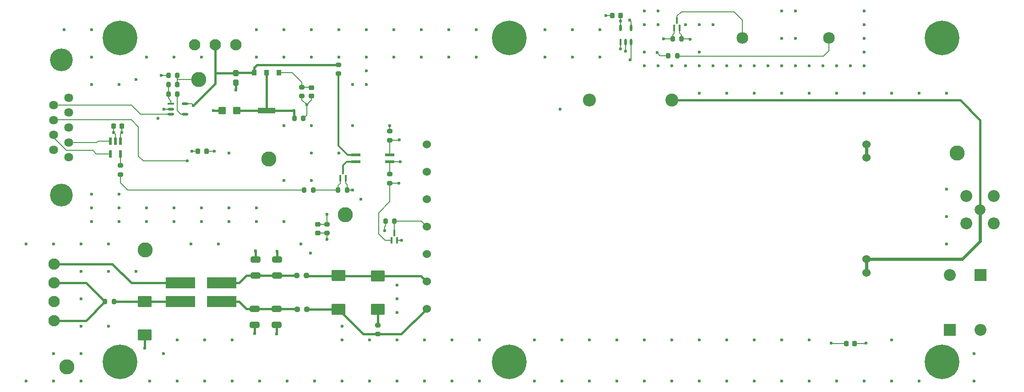
<source format=gbr>
%TF.GenerationSoftware,KiCad,Pcbnew,8.0.6*%
%TF.CreationDate,2025-03-03T14:32:59-05:00*%
%TF.ProjectId,SiPM_Bias_Board,5369504d-5f42-4696-9173-5f426f617264,rev?*%
%TF.SameCoordinates,Original*%
%TF.FileFunction,Copper,L1,Top*%
%TF.FilePolarity,Positive*%
%FSLAX46Y46*%
G04 Gerber Fmt 4.6, Leading zero omitted, Abs format (unit mm)*
G04 Created by KiCad (PCBNEW 8.0.6) date 2025-03-03 14:32:59*
%MOMM*%
%LPD*%
G01*
G04 APERTURE LIST*
G04 Aperture macros list*
%AMRoundRect*
0 Rectangle with rounded corners*
0 $1 Rounding radius*
0 $2 $3 $4 $5 $6 $7 $8 $9 X,Y pos of 4 corners*
0 Add a 4 corners polygon primitive as box body*
4,1,4,$2,$3,$4,$5,$6,$7,$8,$9,$2,$3,0*
0 Add four circle primitives for the rounded corners*
1,1,$1+$1,$2,$3*
1,1,$1+$1,$4,$5*
1,1,$1+$1,$6,$7*
1,1,$1+$1,$8,$9*
0 Add four rect primitives between the rounded corners*
20,1,$1+$1,$2,$3,$4,$5,0*
20,1,$1+$1,$4,$5,$6,$7,0*
20,1,$1+$1,$6,$7,$8,$9,0*
20,1,$1+$1,$8,$9,$2,$3,0*%
G04 Aperture macros list end*
%TA.AperFunction,SMDPad,CuDef*%
%ADD10RoundRect,0.200000X0.200000X0.275000X-0.200000X0.275000X-0.200000X-0.275000X0.200000X-0.275000X0*%
%TD*%
%TA.AperFunction,SMDPad,CuDef*%
%ADD11RoundRect,0.225000X0.250000X-0.225000X0.250000X0.225000X-0.250000X0.225000X-0.250000X-0.225000X0*%
%TD*%
%TA.AperFunction,ComponentPad*%
%ADD12C,6.400000*%
%TD*%
%TA.AperFunction,SMDPad,CuDef*%
%ADD13RoundRect,0.225000X0.225000X0.250000X-0.225000X0.250000X-0.225000X-0.250000X0.225000X-0.250000X0*%
%TD*%
%TA.AperFunction,SMDPad,CuDef*%
%ADD14RoundRect,0.225000X-0.225000X-0.250000X0.225000X-0.250000X0.225000X0.250000X-0.225000X0.250000X0*%
%TD*%
%TA.AperFunction,SMDPad,CuDef*%
%ADD15RoundRect,0.200000X-0.275000X0.200000X-0.275000X-0.200000X0.275000X-0.200000X0.275000X0.200000X0*%
%TD*%
%TA.AperFunction,SMDPad,CuDef*%
%ADD16RoundRect,0.200000X-0.200000X-0.275000X0.200000X-0.275000X0.200000X0.275000X-0.200000X0.275000X0*%
%TD*%
%TA.AperFunction,SMDPad,CuDef*%
%ADD17RoundRect,0.250000X-1.025000X0.787500X-1.025000X-0.787500X1.025000X-0.787500X1.025000X0.787500X0*%
%TD*%
%TA.AperFunction,ComponentPad*%
%ADD18R,2.200000X2.200000*%
%TD*%
%TA.AperFunction,ComponentPad*%
%ADD19O,2.200000X2.200000*%
%TD*%
%TA.AperFunction,SMDPad,CuDef*%
%ADD20RoundRect,0.200000X0.275000X-0.200000X0.275000X0.200000X-0.275000X0.200000X-0.275000X-0.200000X0*%
%TD*%
%TA.AperFunction,ComponentPad*%
%ADD21C,2.800000*%
%TD*%
%TA.AperFunction,ComponentPad*%
%ADD22C,2.006600*%
%TD*%
%TA.AperFunction,ComponentPad*%
%ADD23C,2.209800*%
%TD*%
%TA.AperFunction,SMDPad,CuDef*%
%ADD24RoundRect,0.250000X-0.650000X0.325000X-0.650000X-0.325000X0.650000X-0.325000X0.650000X0.325000X0*%
%TD*%
%TA.AperFunction,SMDPad,CuDef*%
%ADD25RoundRect,0.250000X-0.275000X0.312500X-0.275000X-0.312500X0.275000X-0.312500X0.275000X0.312500X0*%
%TD*%
%TA.AperFunction,SMDPad,CuDef*%
%ADD26R,0.889000X1.016000*%
%TD*%
%TA.AperFunction,SMDPad,CuDef*%
%ADD27R,3.200000X1.000000*%
%TD*%
%TA.AperFunction,ComponentPad*%
%ADD28C,2.159000*%
%TD*%
%TA.AperFunction,ComponentPad*%
%ADD29C,1.524000*%
%TD*%
%TA.AperFunction,SMDPad,CuDef*%
%ADD30RoundRect,0.250000X0.450000X0.425000X-0.450000X0.425000X-0.450000X-0.425000X0.450000X-0.425000X0*%
%TD*%
%TA.AperFunction,SMDPad,CuDef*%
%ADD31RoundRect,0.020000X2.680000X-0.980000X2.680000X0.980000X-2.680000X0.980000X-2.680000X-0.980000X0*%
%TD*%
%TA.AperFunction,SMDPad,CuDef*%
%ADD32R,5.400000X2.000000*%
%TD*%
%TA.AperFunction,ComponentPad*%
%ADD33C,2.100000*%
%TD*%
%TA.AperFunction,SMDPad,CuDef*%
%ADD34R,0.350800X1.161200*%
%TD*%
%TA.AperFunction,SMDPad,CuDef*%
%ADD35RoundRect,0.250000X0.650000X-0.325000X0.650000X0.325000X-0.650000X0.325000X-0.650000X-0.325000X0*%
%TD*%
%TA.AperFunction,SMDPad,CuDef*%
%ADD36RoundRect,0.237500X-0.250000X-0.237500X0.250000X-0.237500X0.250000X0.237500X-0.250000X0.237500X0*%
%TD*%
%TA.AperFunction,ComponentPad*%
%ADD37C,1.635000*%
%TD*%
%TA.AperFunction,ComponentPad*%
%ADD38C,4.216000*%
%TD*%
%TA.AperFunction,SMDPad,CuDef*%
%ADD39R,0.457200X1.219200*%
%TD*%
%TA.AperFunction,SMDPad,CuDef*%
%ADD40O,0.457200X1.219200*%
%TD*%
%TA.AperFunction,SMDPad,CuDef*%
%ADD41R,1.219200X0.457200*%
%TD*%
%TA.AperFunction,SMDPad,CuDef*%
%ADD42O,1.219200X0.457200*%
%TD*%
%TA.AperFunction,ComponentPad*%
%ADD43C,2.400000*%
%TD*%
%TA.AperFunction,ComponentPad*%
%ADD44O,2.400000X2.400000*%
%TD*%
%TA.AperFunction,SMDPad,CuDef*%
%ADD45RoundRect,0.225000X-0.250000X0.225000X-0.250000X-0.225000X0.250000X-0.225000X0.250000X0.225000X0*%
%TD*%
%TA.AperFunction,SMDPad,CuDef*%
%ADD46R,1.651000X0.558800*%
%TD*%
%TA.AperFunction,SMDPad,CuDef*%
%ADD47R,0.558800X1.473200*%
%TD*%
%TA.AperFunction,ViaPad*%
%ADD48C,0.600000*%
%TD*%
%TA.AperFunction,Conductor*%
%ADD49C,0.200000*%
%TD*%
%TA.AperFunction,Conductor*%
%ADD50C,0.400000*%
%TD*%
%TA.AperFunction,Conductor*%
%ADD51C,0.600000*%
%TD*%
%TA.AperFunction,Conductor*%
%ADD52C,0.300000*%
%TD*%
G04 APERTURE END LIST*
D10*
%TO.P,R25,1*%
%TO.N,Net-(P1-Pad1)*%
X179355000Y-70860000D03*
%TO.P,R25,2*%
%TO.N,/SEC_PWR_TELEM*%
X177705000Y-70860000D03*
%TD*%
D11*
%TO.P,C18,1*%
%TO.N,/SEC_PWR_RTN*%
X112950000Y-103725000D03*
%TO.P,C18,2*%
%TO.N,/SEC_PWR_TELEM_RTN*%
X112950000Y-102175000D03*
%TD*%
D12*
%TO.P,H4,1,1*%
%TO.N,CHASSIS*%
X228320000Y-127580000D03*
%TD*%
D13*
%TO.P,C10,1*%
%TO.N,/SiPM_HV_Block/SiPM_HV_RTN*%
X212135000Y-124195000D03*
%TO.P,C10,2*%
%TO.N,CHASSIS*%
X210585000Y-124195000D03*
%TD*%
D14*
%TO.P,C11,1*%
%TO.N,/V3p3*%
X90745000Y-88630000D03*
%TO.P,C11,2*%
%TO.N,/SEC_PWR_TELEM_RTN*%
X92295000Y-88630000D03*
%TD*%
D15*
%TO.P,R6,1*%
%TO.N,Net-(C3-Pad2)*%
X123990000Y-120845000D03*
%TO.P,R6,2*%
%TO.N,/SiPM_HV_Block/V_RTN*%
X123990000Y-122495000D03*
%TD*%
D16*
%TO.P,R1,1*%
%TO.N,/HV_Enable*%
X110408200Y-95823200D03*
%TO.P,R1,2*%
%TO.N,Net-(M1-Pad1)*%
X112058200Y-95823200D03*
%TD*%
D17*
%TO.P,C1,1*%
%TO.N,Net-(C1-Pad1)*%
X80940000Y-116437500D03*
%TO.P,C1,2*%
%TO.N,/SEC_PWR_RTN*%
X80940000Y-122662500D03*
%TD*%
D18*
%TO.P,D1,1,K*%
%TO.N,/SEC_PWR_RTN*%
X229775000Y-121655000D03*
D19*
%TO.P,D1,2,A*%
%TO.N,/SiPM_HV_Block/SiPM_HV_RTN*%
X229775000Y-111495000D03*
%TD*%
D20*
%TO.P,R7,1*%
%TO.N,Net-(M2-Pad1)*%
X126230000Y-94485000D03*
%TO.P,R7,2*%
%TO.N,/SiPM_HV_Block/V_RTN*%
X126230000Y-92835000D03*
%TD*%
D21*
%TO.P,GND,1,1*%
%TO.N,/SEC_PWR_TELEM_RTN*%
X103820000Y-90060000D03*
%TD*%
D13*
%TO.P,C16,1*%
%TO.N,/SEC_PWR_TELEM*%
X168900000Y-63420000D03*
%TO.P,C16,2*%
%TO.N,/SEC_PWR_TELEM_RTN*%
X167350000Y-63420000D03*
%TD*%
D21*
%TO.P,V_{SET},1,1*%
%TO.N,/SiPM_HV_Block/REM_ADJ*%
X90910000Y-75270000D03*
%TD*%
D17*
%TO.P,C3,1*%
%TO.N,/SiPM_HV_Block/V_POS*%
X123980000Y-111675000D03*
%TO.P,C3,2*%
%TO.N,Net-(C3-Pad2)*%
X123980000Y-117900000D03*
%TD*%
D12*
%TO.P,H3,1,1*%
%TO.N,CHASSIS*%
X148320000Y-127580000D03*
%TD*%
D22*
%TO.P,P_Out,1,SIGNAL*%
%TO.N,/SiPM_HV_Block/SiPM_HV_OUT*%
X235363000Y-99430000D03*
D23*
%TO.P,P_Out,2,GND*%
%TO.N,/SiPM_HV_Block/SiPM_HV_RTN*%
X237903000Y-96890000D03*
%TO.P,P_Out,3,GND*%
%TO.N,unconnected-(P_Out1-GND-Pad3)*%
X232823000Y-96890000D03*
%TO.P,P_Out,4,GND*%
%TO.N,unconnected-(P_Out1-GND-Pad4)*%
X232823000Y-101970000D03*
%TO.P,P_Out,5,GND*%
%TO.N,unconnected-(P_Out1-GND-Pad5)*%
X237903000Y-101970000D03*
%TD*%
D15*
%TO.P,R3,1*%
%TO.N,/SEC_PWR_TELEM*%
X116745000Y-72570000D03*
%TO.P,R3,2*%
%TO.N,Net-(Q1-Pad1)*%
X116745000Y-74220000D03*
%TD*%
D24*
%TO.P,CY2,1*%
%TO.N,Net-(CY2-Pad1)*%
X105270000Y-117775000D03*
%TO.P,CY2,2*%
%TO.N,CHASSIS*%
X105270000Y-120725000D03*
%TD*%
D12*
%TO.P,H2,1,1*%
%TO.N,CHASSIS*%
X76320000Y-127580000D03*
%TD*%
D21*
%TO.P,V_{OUT_RTN}1,1,1*%
%TO.N,/SiPM_HV_Block/SiPM_HV_RTN*%
X231140000Y-88900000D03*
%TD*%
D25*
%TO.P,C14,1*%
%TO.N,/SEC_PWR_TELEM*%
X97720400Y-74129350D03*
%TO.P,C14,2*%
%TO.N,/SEC_PWR_TELEM_RTN*%
X97720400Y-75904350D03*
%TD*%
D16*
%TO.P,R5,1*%
%TO.N,/SiPM_HV_Block/V_POS*%
X125435000Y-101570000D03*
%TO.P,R5,2*%
%TO.N,/SiPM_HV_Block/Enable*%
X127085000Y-101570000D03*
%TD*%
D26*
%TO.P,U4,1,SET*%
%TO.N,Net-(U4-SET)*%
X105746800Y-74064350D03*
%TO.P,U4,2,OUT*%
%TO.N,/V3p3*%
X103435400Y-74064350D03*
%TO.P,U4,3,IN*%
%TO.N,/SEC_PWR_TELEM*%
X101124000Y-74064350D03*
D27*
%TO.P,U4,4,TAB*%
%TO.N,/V3p3*%
X103435400Y-81056850D03*
%TD*%
D28*
%TO.P,P2,1,1*%
%TO.N,Net-(M3-Pad3)*%
X191410000Y-67580000D03*
%TD*%
D29*
%TO.P,U1,1,PWR_IN_RTN*%
%TO.N,/SiPM_HV_Block/V_RTN*%
X133020000Y-117780000D03*
%TO.P,U1,2,PWR_IN*%
%TO.N,/SiPM_HV_Block/V_POS*%
X133020000Y-112700000D03*
%TO.P,U1,3,I_OUT_MON*%
%TO.N,/SiPM_HV_Block/Curr_Mon*%
X133020000Y-107620000D03*
%TO.P,U1,4,ENABLE*%
%TO.N,/SiPM_HV_Block/Enable*%
X133020000Y-102540000D03*
%TO.P,U1,5,SIG_GND*%
%TO.N,/SEC_PWR_TELEM_RTN*%
X133020000Y-97460000D03*
%TO.P,U1,6,REM_ADJ*%
%TO.N,/SiPM_HV_Block/REM_ADJ*%
X133020000Y-92380000D03*
%TO.P,U1,7,5V_REF*%
%TO.N,unconnected-(U1-5V_REF-Pad7)*%
X133020000Y-87300000D03*
%TO.P,U1,8,HV_RTN*%
%TO.N,/SiPM_HV_Block/SiPM_HV_RTN*%
X214320000Y-87300000D03*
%TO.P,U1,9,HV_RTN*%
X214320000Y-89800000D03*
%TO.P,U1,10,HV_OUT*%
%TO.N,/SiPM_HV_Block/SiPM_HV_OUT*%
X214320000Y-108600000D03*
%TO.P,U1,11,HV_OUT*%
X214320000Y-111100000D03*
%TD*%
D16*
%TO.P,R15,1*%
%TO.N,Net-(U7-OUT)*%
X85285000Y-76220000D03*
%TO.P,R15,2*%
%TO.N,/SiPM_HV_Block/REM_ADJ*%
X86935000Y-76220000D03*
%TD*%
D30*
%TO.P,C12,1*%
%TO.N,/V3p3*%
X97890000Y-81060000D03*
%TO.P,C12,2*%
%TO.N,/SEC_PWR_TELEM_RTN*%
X95190000Y-81060000D03*
%TD*%
D31*
%TO.P,L1,1*%
%TO.N,/SEC_PWR_RTN*%
X87540000Y-112940000D03*
%TO.P,L1,2*%
%TO.N,Net-(C1-Pad1)*%
X87540000Y-116440000D03*
%TO.P,L1,3*%
%TO.N,Net-(CY2-Pad1)*%
X95160000Y-116440000D03*
D32*
%TO.P,L1,4*%
%TO.N,Net-(CY1-Pad1)*%
X95160000Y-112940000D03*
%TD*%
D33*
%TO.P,J2,1*%
%TO.N,/SEC_PWR_RTN*%
X64110000Y-109480000D03*
%TO.P,J2,2*%
%TO.N,/SEC_PWR_IN*%
X64110000Y-112980000D03*
%TO.P,J2,3*%
%TO.N,/SEC_PWR_RTN*%
X64110000Y-116480000D03*
%TO.P,J2,4*%
%TO.N,/SEC_PWR_IN*%
X64110000Y-119980000D03*
%TD*%
D10*
%TO.P,R14,1*%
%TO.N,Net-(U7--IN)*%
X86925000Y-77980000D03*
%TO.P,R14,2*%
%TO.N,Net-(U7-OUT)*%
X85275000Y-77980000D03*
%TD*%
D20*
%TO.P,R11,1*%
%TO.N,/SEC_PWR_RTN*%
X114610000Y-103750000D03*
%TO.P,R11,2*%
%TO.N,/SEC_PWR_TELEM_RTN*%
X114610000Y-102100000D03*
%TD*%
D21*
%TO.P,V_{EN},1,1*%
%TO.N,/SiPM_HV_Block/Enable*%
X117980000Y-100350000D03*
%TD*%
D12*
%TO.P,H6,1,1*%
%TO.N,CHASSIS*%
X228320000Y-67580000D03*
%TD*%
D21*
%TO.P,GND,1,1*%
%TO.N,/SEC_PWR_RTN*%
X80970000Y-106880000D03*
%TD*%
D16*
%TO.P,R2,1*%
%TO.N,Net-(M1-Pad1)*%
X116656600Y-95823200D03*
%TO.P,R2,2*%
%TO.N,/SEC_PWR_TELEM_RTN*%
X118306600Y-95823200D03*
%TD*%
D34*
%TO.P,M2,1,1*%
%TO.N,Net-(M2-Pad1)*%
X126580000Y-105110000D03*
%TO.P,M2,2,2*%
%TO.N,/SiPM_HV_Block/V_RTN*%
X127579998Y-105110000D03*
%TO.P,M2,3,3*%
%TO.N,/SiPM_HV_Block/Enable*%
X127079999Y-103760000D03*
%TD*%
%TO.P,M3,1,1*%
%TO.N,Net-(M3-Pad1)*%
X178815001Y-65750000D03*
%TO.P,M3,2,2*%
%TO.N,/SEC_PWR_TELEM_RTN*%
X179814999Y-65750000D03*
%TO.P,M3,3,3*%
%TO.N,Net-(M3-Pad3)*%
X179315000Y-64400000D03*
%TD*%
D35*
%TO.P,CY3,1*%
%TO.N,Net-(CY1-Pad1)*%
X101370000Y-111590000D03*
%TO.P,CY3,2*%
%TO.N,/SEC_PWR_RTN*%
X101370000Y-108640000D03*
%TD*%
D15*
%TO.P,R16,1*%
%TO.N,Net-(U4-SET)*%
X109975400Y-76731850D03*
%TO.P,R16,2*%
%TO.N,/SEC_PWR_TELEM_RTN*%
X109975400Y-78381850D03*
%TD*%
D12*
%TO.P,H1,1,1*%
%TO.N,CHASSIS*%
X76320000Y-67580000D03*
%TD*%
D35*
%TO.P,CY1,1*%
%TO.N,Net-(CY1-Pad1)*%
X105350000Y-111585000D03*
%TO.P,CY1,2*%
%TO.N,CHASSIS*%
X105350000Y-108635000D03*
%TD*%
D17*
%TO.P,C2,1*%
%TO.N,/SiPM_HV_Block/V_POS*%
X116700000Y-111637500D03*
%TO.P,C2,2*%
%TO.N,/SiPM_HV_Block/V_RTN*%
X116700000Y-117862500D03*
%TD*%
D36*
%TO.P,L2,1,1*%
%TO.N,Net-(CY1-Pad1)*%
X108995000Y-111590000D03*
%TO.P,L2,2,2*%
%TO.N,/SiPM_HV_Block/V_POS*%
X110820000Y-111590000D03*
%TD*%
D37*
%TO.P,J3,1*%
%TO.N,/HV_CURR_MON*%
X66880000Y-89730000D03*
%TO.P,J3,2*%
%TO.N,/HV_Enable+*%
X66880000Y-86960000D03*
%TO.P,J3,3*%
%TO.N,unconnected-(J3-Pad3)*%
X66880000Y-84190000D03*
%TO.P,J3,4*%
%TO.N,/SEC_PWR_TELEM_RTN*%
X66880000Y-81420000D03*
%TO.P,J3,5*%
X66880000Y-78650000D03*
%TO.P,J3,6*%
X64040000Y-88345000D03*
%TO.P,J3,7*%
%TO.N,/HV_Enable-*%
X64040000Y-85575000D03*
%TO.P,J3,8*%
%TO.N,/HV_VOLT_MON*%
X64040000Y-82805000D03*
%TO.P,J3,9*%
%TO.N,/SET_HV*%
X64040000Y-80035000D03*
D38*
%TO.P,J3,S1*%
%TO.N,CHASSIS*%
X65460000Y-71690000D03*
%TO.P,J3,S2*%
X65460000Y-96690000D03*
%TD*%
D39*
%TO.P,U5,1,OUT*%
%TO.N,Net-(U5-OUT)*%
X168894999Y-68340000D03*
D40*
%TO.P,U5,2,V-*%
%TO.N,/SEC_PWR_TELEM_RTN*%
X169845000Y-68340000D03*
%TO.P,U5,3,+IN*%
%TO.N,Net-(U5-+IN)*%
X170795001Y-68340000D03*
%TO.P,U5,4,-IN*%
%TO.N,Net-(U5--IN)*%
X170795001Y-65720000D03*
%TO.P,U5,5,V+*%
%TO.N,/SEC_PWR_TELEM*%
X168894999Y-65720000D03*
%TD*%
D34*
%TO.P,M1,1,1*%
%TO.N,Net-(M1-Pad1)*%
X117032401Y-93617200D03*
%TO.P,M1,2,2*%
%TO.N,/SEC_PWR_TELEM_RTN*%
X118032399Y-93617200D03*
%TO.P,M1,3,3*%
%TO.N,Net-(M1-Pad3)*%
X117532400Y-92267200D03*
%TD*%
D41*
%TO.P,U7,1,OUT*%
%TO.N,Net-(U7-OUT)*%
X85720000Y-79819999D03*
D42*
%TO.P,U7,2,V-*%
%TO.N,/SEC_PWR_TELEM_RTN*%
X85720000Y-80770000D03*
%TO.P,U7,3,+IN*%
%TO.N,/SET_HV*%
X85720000Y-81720001D03*
%TO.P,U7,4,-IN*%
%TO.N,Net-(U7--IN)*%
X88340000Y-81720001D03*
%TO.P,U7,5,V+*%
%TO.N,/SEC_PWR_TELEM*%
X88340000Y-79819999D03*
%TD*%
D10*
%TO.P,R26,1*%
%TO.N,/SEC_PWR_TELEM_RTN*%
X110235000Y-82490000D03*
%TO.P,R26,2*%
%TO.N,/V3p3*%
X108585000Y-82490000D03*
%TD*%
D28*
%TO.P,P1,1,1*%
%TO.N,Net-(P1-Pad1)*%
X207410000Y-67580000D03*
%TD*%
D13*
%TO.P,C15,1*%
%TO.N,/V3p3*%
X76675000Y-83960000D03*
%TO.P,C15,2*%
%TO.N,/SEC_PWR_TELEM_RTN*%
X75125000Y-83960000D03*
%TD*%
D15*
%TO.P,R17,1*%
%TO.N,Net-(U3-R)*%
X76435200Y-91235000D03*
%TO.P,R17,2*%
%TO.N,/HV_Enable*%
X76435200Y-92885000D03*
%TD*%
D12*
%TO.P,H5,1,1*%
%TO.N,CHASSIS*%
X148320000Y-67580000D03*
%TD*%
D24*
%TO.P,CY4,1*%
%TO.N,Net-(CY2-Pad1)*%
X101210000Y-117805000D03*
%TO.P,CY4,2*%
%TO.N,/SEC_PWR_RTN*%
X101210000Y-120755000D03*
%TD*%
D10*
%TO.P,R24,1*%
%TO.N,/SEC_PWR_TELEM_RTN*%
X180170000Y-67740000D03*
%TO.P,R24,2*%
%TO.N,Net-(M3-Pad1)*%
X178520000Y-67740000D03*
%TD*%
D43*
%TO.P,R20,1*%
%TO.N,/SiPM_HV_Block/SiPM_HV_OUT*%
X178340000Y-79110000D03*
D44*
%TO.P,R20,2*%
%TO.N,Net-(U5-+IN)*%
X163100000Y-79110000D03*
%TD*%
D36*
%TO.P,L3,1,1*%
%TO.N,Net-(CY2-Pad1)*%
X109075000Y-117850000D03*
%TO.P,L3,2,2*%
%TO.N,/SiPM_HV_Block/V_RTN*%
X110900000Y-117850000D03*
%TD*%
D33*
%TO.P,J1,1*%
%TO.N,/SEC_PWR_TELEM_RTN*%
X97720400Y-68895600D03*
%TO.P,J1,2*%
%TO.N,/SEC_PWR_TELEM*%
X93910400Y-68895600D03*
%TO.P,J1,3*%
%TO.N,/SEC_PWR_TELEM_RTN*%
X90100400Y-68895600D03*
%TD*%
D45*
%TO.P,C13,1*%
%TO.N,Net-(U4-SET)*%
X111690400Y-76781850D03*
%TO.P,C13,2*%
%TO.N,/SEC_PWR_TELEM_RTN*%
X111690400Y-78331850D03*
%TD*%
D46*
%TO.P,Q1,1,1*%
%TO.N,Net-(Q1-Pad1)*%
X119970800Y-89270000D03*
%TO.P,Q1,2,2*%
%TO.N,Net-(M1-Pad3)*%
X119970800Y-90540000D03*
%TO.P,Q1,3,3*%
%TO.N,/SiPM_HV_Block/V_RTN*%
X126219200Y-90540000D03*
%TO.P,Q1,4,4*%
%TO.N,Net-(M2-Pad1)*%
X126219200Y-89270000D03*
%TD*%
D16*
%TO.P,R10,1*%
%TO.N,/SEC_PWR_TELEM_RTN*%
X85275000Y-74510000D03*
%TO.P,R10,2*%
%TO.N,/SiPM_HV_Block/REM_ADJ*%
X86925000Y-74510000D03*
%TD*%
D47*
%TO.P,U3,1,VCC*%
%TO.N,/V3p3*%
X76420001Y-86704600D03*
%TO.P,U3,2,GND*%
%TO.N,/SEC_PWR_TELEM_RTN*%
X75470000Y-86704600D03*
%TO.P,U3,3,A*%
%TO.N,/HV_Enable+*%
X74519999Y-86704600D03*
%TO.P,U3,4,B*%
%TO.N,/HV_Enable-*%
X74519999Y-89092200D03*
%TO.P,U3,5,R*%
%TO.N,Net-(U3-R)*%
X76420001Y-89092200D03*
%TD*%
D16*
%TO.P,F1,1*%
%TO.N,/SEC_PWR_IN*%
X73575000Y-116470000D03*
%TO.P,F1,2*%
%TO.N,Net-(C1-Pad1)*%
X75225000Y-116470000D03*
%TD*%
D21*
%TO.P,Chassis,1,1*%
%TO.N,CHASSIS*%
X66520000Y-128550000D03*
%TD*%
D15*
%TO.P,R4,1*%
%TO.N,/SiPM_HV_Block/V_POS*%
X126238000Y-84874600D03*
%TO.P,R4,2*%
%TO.N,Net-(M2-Pad1)*%
X126238000Y-86524600D03*
%TD*%
D18*
%TO.P,D2,1,K*%
%TO.N,/SiPM_HV_Block/SiPM_HV_RTN*%
X235430000Y-111570000D03*
D19*
%TO.P,D2,2,A*%
%TO.N,/SEC_PWR_RTN*%
X235430000Y-121730000D03*
%TD*%
D48*
%TO.N,/SEC_PWR_RTN*%
X229140000Y-105780000D03*
X234220000Y-131180000D03*
X69120000Y-126100000D03*
X97060000Y-123560000D03*
X224060000Y-77840000D03*
X183420000Y-123560000D03*
X213900000Y-77840000D03*
X203740000Y-131180000D03*
X64040000Y-131180000D03*
X58960000Y-105780000D03*
X69120000Y-110860000D03*
X188500000Y-131180000D03*
X91980000Y-131180000D03*
X127540000Y-115940000D03*
X112300000Y-131180000D03*
X86900000Y-123560000D03*
X127540000Y-118480000D03*
X213900000Y-131180000D03*
X168180000Y-131180000D03*
X229140000Y-100700000D03*
X203740000Y-123560000D03*
X127540000Y-113400000D03*
X97060000Y-131180000D03*
X152940000Y-123560000D03*
X117380000Y-121020000D03*
X64040000Y-105780000D03*
X193580000Y-123560000D03*
X193580000Y-77840000D03*
X64040000Y-126100000D03*
X208820000Y-131180000D03*
X158020000Y-131180000D03*
X89440000Y-105780000D03*
X229140000Y-77840000D03*
X163100000Y-131180000D03*
X69120000Y-131180000D03*
X218980000Y-77840000D03*
X158020000Y-123560000D03*
X198660000Y-77840000D03*
X109760000Y-105780000D03*
X81820000Y-131180000D03*
X86900000Y-131180000D03*
X132620000Y-131180000D03*
X208820000Y-77840000D03*
X218980000Y-123560000D03*
X74200000Y-105780000D03*
X142780000Y-131180000D03*
X224060000Y-131180000D03*
X114610000Y-104910000D03*
X188500000Y-123560000D03*
X80930000Y-125110000D03*
X157690000Y-80770000D03*
X173260000Y-123560000D03*
X142780000Y-123560000D03*
X69120000Y-105780000D03*
X79280000Y-110860000D03*
X69120000Y-121020000D03*
X229140000Y-95620000D03*
X203740000Y-77840000D03*
X183420000Y-131180000D03*
X178340000Y-131180000D03*
X234220000Y-126100000D03*
X58960000Y-131180000D03*
X198660000Y-131180000D03*
X127540000Y-123560000D03*
X132620000Y-123560000D03*
X193580000Y-131180000D03*
X84360000Y-126100000D03*
X122460000Y-131180000D03*
X111520000Y-107480000D03*
X137700000Y-123560000D03*
X94520000Y-105780000D03*
X168180000Y-123560000D03*
X188500000Y-77840000D03*
X163100000Y-123560000D03*
X107220000Y-131180000D03*
X102140000Y-131180000D03*
X152940000Y-131180000D03*
X101400000Y-107080000D03*
X178340000Y-123560000D03*
X117380000Y-123560000D03*
X91980000Y-123560000D03*
X74200000Y-121020000D03*
X69120000Y-115940000D03*
X183420000Y-77840000D03*
X101220000Y-122410000D03*
X198660000Y-123560000D03*
X74200000Y-110860000D03*
X127540000Y-131180000D03*
X122460000Y-123560000D03*
X173260000Y-131180000D03*
X117380000Y-131180000D03*
X137700000Y-131180000D03*
X218980000Y-131180000D03*
%TO.N,/SiPM_HV_Block/V_POS*%
X126238000Y-83820000D03*
X125300000Y-103290000D03*
%TO.N,/SiPM_HV_Block/V_RTN*%
X128430000Y-105110000D03*
X128160000Y-90550000D03*
%TO.N,/SiPM_HV_Block/SiPM_HV_RTN*%
X214230000Y-124190000D03*
%TO.N,CHASSIS*%
X207853278Y-124184243D03*
X105370000Y-107100000D03*
X105270000Y-122420000D03*
%TO.N,/SEC_PWR_TELEM*%
X175625000Y-70340000D03*
X168885000Y-64500000D03*
X89890000Y-80100000D03*
%TO.N,/SEC_PWR_TELEM_RTN*%
X121920000Y-71120000D03*
X101600000Y-99060000D03*
X154940000Y-66040000D03*
X201200000Y-72760000D03*
X191040000Y-72760000D03*
X201200000Y-67680000D03*
X114610000Y-100240000D03*
X127000000Y-71120000D03*
X208820000Y-72760000D03*
X83390000Y-82530000D03*
X142240000Y-66040000D03*
X213900000Y-65140000D03*
X101600000Y-101600000D03*
X91440000Y-101600000D03*
X119380000Y-76200000D03*
X110835400Y-79935600D03*
X160020000Y-71120000D03*
X175800000Y-62600000D03*
X76200000Y-101600000D03*
X86360000Y-101600000D03*
X81280000Y-99060000D03*
X193580000Y-72760000D03*
X71120000Y-96520000D03*
X111760000Y-83820000D03*
X160020000Y-66040000D03*
X76200000Y-76200000D03*
X154940000Y-71120000D03*
X106680000Y-71120000D03*
X71120000Y-99060000D03*
X211360000Y-72760000D03*
X127000000Y-66040000D03*
X120840000Y-97500000D03*
X201200000Y-62600000D03*
X116840000Y-66040000D03*
X71120000Y-76200000D03*
X86360000Y-99060000D03*
X137160000Y-66040000D03*
X137160000Y-71120000D03*
X198660000Y-72760000D03*
X91440000Y-99060000D03*
X116840000Y-88900000D03*
X93620000Y-81060000D03*
X119380000Y-83820000D03*
X173260000Y-70220000D03*
X83970000Y-74510000D03*
X116840000Y-71120000D03*
X97720000Y-77260000D03*
X111760000Y-88900000D03*
X166205000Y-63420000D03*
X173260000Y-72760000D03*
X183420000Y-72760000D03*
X66040000Y-66040000D03*
X111760000Y-71120000D03*
X75120000Y-85120000D03*
X198660000Y-67680000D03*
X96520000Y-99060000D03*
X71120000Y-101600000D03*
X213900000Y-62600000D03*
X111760000Y-93980000D03*
X188500000Y-72760000D03*
X101600000Y-66040000D03*
X71120000Y-71120000D03*
X81280000Y-101600000D03*
X119361200Y-95823200D03*
X93800000Y-88630000D03*
X86360000Y-71120000D03*
X142240000Y-71120000D03*
X76200000Y-96520000D03*
X165100000Y-66040000D03*
X76200000Y-99060000D03*
X79280000Y-75300000D03*
X121920000Y-66040000D03*
X180880000Y-72760000D03*
X213900000Y-70220000D03*
X132080000Y-71120000D03*
X169845000Y-70040000D03*
X106680000Y-93980000D03*
X213900000Y-72760000D03*
X206280000Y-72760000D03*
X196120000Y-72760000D03*
X165100000Y-71120000D03*
X173260000Y-62600000D03*
X203740000Y-72760000D03*
X181750000Y-67807000D03*
X96520000Y-101600000D03*
X106680000Y-66040000D03*
X132080000Y-66040000D03*
X198660000Y-62600000D03*
X180880000Y-65140000D03*
X213900000Y-67680000D03*
X175800000Y-72760000D03*
X91440000Y-71120000D03*
X106680000Y-83820000D03*
X121920000Y-73660000D03*
X183420000Y-70220000D03*
X71120000Y-66040000D03*
X173260000Y-65140000D03*
X175800000Y-65140000D03*
X106680000Y-101600000D03*
X111760000Y-66040000D03*
X183420000Y-65140000D03*
X121920000Y-76200000D03*
X178340000Y-72760000D03*
X96520000Y-88900000D03*
X185960000Y-65140000D03*
X81280000Y-71120000D03*
X185960000Y-72760000D03*
X84480000Y-80770000D03*
X101600000Y-71120000D03*
%TO.N,/HV_VOLT_MON*%
X88790000Y-90350000D03*
%TO.N,Net-(M2-Pad1)*%
X127965200Y-86512400D03*
X127914400Y-94488000D03*
%TO.N,Net-(M3-Pad1)*%
X176875000Y-67760000D03*
%TO.N,/V3p3*%
X108490000Y-81015000D03*
X89600000Y-88630000D03*
X76680000Y-85110000D03*
%TO.N,Net-(U5-OUT)*%
X168905000Y-69650000D03*
%TO.N,Net-(U5--IN)*%
X170535000Y-64290000D03*
%TO.N,Net-(U5-+IN)*%
X170635000Y-71670000D03*
%TD*%
D49*
%TO.N,/SEC_PWR_RTN*%
X80930000Y-122672500D02*
X80940000Y-122662500D01*
D50*
X78430000Y-113000000D02*
X74910000Y-109480000D01*
X101210000Y-120755000D02*
X101210000Y-122400000D01*
X80930000Y-125110000D02*
X80930000Y-122672500D01*
X74910000Y-109480000D02*
X64110000Y-109480000D01*
X87480000Y-113000000D02*
X87540000Y-112940000D01*
X78430000Y-113000000D02*
X87480000Y-113000000D01*
X101370000Y-108640000D02*
X101370000Y-107110000D01*
D49*
X101370000Y-107110000D02*
X101400000Y-107080000D01*
X101210000Y-122400000D02*
X101220000Y-122410000D01*
X112975000Y-103750000D02*
X112950000Y-103725000D01*
X114610000Y-103750000D02*
X112975000Y-103750000D01*
X114610000Y-103750000D02*
X114610000Y-104910000D01*
D50*
%TO.N,Net-(C1-Pad1)*%
X75225000Y-116470000D02*
X87510000Y-116470000D01*
D49*
X87510000Y-116470000D02*
X87540000Y-116440000D01*
D50*
%TO.N,/SiPM_HV_Block/V_POS*%
X110905000Y-111675000D02*
X110820000Y-111590000D01*
D49*
X125300000Y-102560000D02*
X125300000Y-103290000D01*
X126238000Y-84874600D02*
X126238000Y-83820000D01*
D50*
X123980000Y-111675000D02*
X110905000Y-111675000D01*
D49*
X125435000Y-102425000D02*
X125300000Y-102560000D01*
D50*
X123980000Y-111675000D02*
X131995000Y-111675000D01*
X131995000Y-111675000D02*
X133020000Y-112700000D01*
D49*
X125435000Y-101570000D02*
X125435000Y-102425000D01*
D50*
%TO.N,/SiPM_HV_Block/V_RTN*%
X116700000Y-117862500D02*
X110912500Y-117862500D01*
X121332500Y-122495000D02*
X116700000Y-117862500D01*
D49*
X126230000Y-92835000D02*
X126230000Y-91680000D01*
D50*
X110912500Y-117862500D02*
X110900000Y-117850000D01*
D49*
X126230000Y-90550800D02*
X126219200Y-90540000D01*
D50*
X123990000Y-122495000D02*
X121332500Y-122495000D01*
D49*
X128150000Y-90540000D02*
X128160000Y-90550000D01*
D50*
X123990000Y-122495000D02*
X128305000Y-122495000D01*
D49*
X126219200Y-90540000D02*
X128150000Y-90540000D01*
D50*
X128305000Y-122495000D02*
X133020000Y-117780000D01*
D49*
X126230000Y-91680000D02*
X126230000Y-90550800D01*
X128430000Y-105110000D02*
X127579998Y-105110000D01*
D50*
%TO.N,Net-(C3-Pad2)*%
X123980000Y-117900000D02*
X123980000Y-120835000D01*
D49*
X123980000Y-120835000D02*
X123990000Y-120845000D01*
D51*
%TO.N,/SiPM_HV_Block/SiPM_HV_OUT*%
X214320000Y-111100000D02*
X214320000Y-108600000D01*
X235363000Y-105272000D02*
X235363000Y-99430000D01*
D50*
X231680000Y-79110000D02*
X235363000Y-82793000D01*
D51*
X214320000Y-108600000D02*
X232035000Y-108600000D01*
D50*
X178340000Y-79110000D02*
X231680000Y-79110000D01*
X235363000Y-82793000D02*
X235363000Y-99430000D01*
D51*
X232035000Y-108600000D02*
X235363000Y-105272000D01*
D49*
%TO.N,/SiPM_HV_Block/SiPM_HV_RTN*%
X214225000Y-124195000D02*
X214230000Y-124190000D01*
D51*
X214320000Y-87300000D02*
X214320000Y-89800000D01*
D49*
X212135000Y-124195000D02*
X214225000Y-124195000D01*
%TO.N,CHASSIS*%
X210585000Y-124195000D02*
X207855000Y-124195000D01*
X105350000Y-107120000D02*
X105370000Y-107100000D01*
X207855000Y-124195000D02*
X207840000Y-124180000D01*
D50*
X105350000Y-108635000D02*
X105350000Y-107120000D01*
X105270000Y-122420000D02*
X105270000Y-120725000D01*
%TO.N,/SEC_PWR_TELEM*%
X116745000Y-72570000D02*
X101670000Y-72570000D01*
X97719750Y-74130000D02*
X93910400Y-74130000D01*
D49*
X97785400Y-74064350D02*
X97720400Y-74129350D01*
D50*
X101124000Y-73116000D02*
X101124000Y-74064350D01*
X101670000Y-72570000D02*
X101124000Y-73116000D01*
X93910400Y-76079600D02*
X89890000Y-80100000D01*
D49*
X177705000Y-70860000D02*
X176145000Y-70860000D01*
X88340000Y-79819999D02*
X89609999Y-79819999D01*
X176145000Y-70860000D02*
X175625000Y-70340000D01*
X168894999Y-65720000D02*
X168894999Y-63425001D01*
X89609999Y-79819999D02*
X89890000Y-80100000D01*
D50*
X93910400Y-74130000D02*
X93910400Y-76079600D01*
D49*
X168894999Y-63425001D02*
X168900000Y-63420000D01*
D50*
X93910400Y-68895600D02*
X93910400Y-74130000D01*
X101124000Y-74064350D02*
X97785400Y-74064350D01*
D49*
X97785400Y-74064350D02*
X97719750Y-74130000D01*
%TO.N,/SEC_PWR_TELEM_RTN*%
X180170000Y-67740000D02*
X181683000Y-67740000D01*
X75125000Y-83960000D02*
X75125000Y-85115000D01*
X110835400Y-81889600D02*
X110835400Y-79935600D01*
X167350000Y-63420000D02*
X166205000Y-63420000D01*
X109975400Y-78381850D02*
X109975400Y-79075600D01*
X179814999Y-65750000D02*
X179814999Y-66694999D01*
X118306600Y-95823200D02*
X119361200Y-95823200D01*
X113025000Y-102100000D02*
X112950000Y-102175000D01*
X118446800Y-95823200D02*
X118306600Y-95823200D01*
X111690400Y-79080600D02*
X110835400Y-79935600D01*
D50*
X97720400Y-75904350D02*
X97720400Y-77259600D01*
D49*
X180170000Y-67050000D02*
X180170000Y-67740000D01*
X118306600Y-94768600D02*
X118446800Y-95823200D01*
X97720400Y-77259600D02*
X97720000Y-77260000D01*
X92295000Y-88630000D02*
X93800000Y-88630000D01*
X111690400Y-78331850D02*
X111690400Y-79080600D01*
X181683000Y-67740000D02*
X181750000Y-67807000D01*
X169845000Y-70040000D02*
X169845000Y-68340000D01*
X180099000Y-67680000D02*
X180170000Y-67740000D01*
X118032399Y-93617200D02*
X118032399Y-94494399D01*
X114610000Y-102100000D02*
X113025000Y-102100000D01*
X85720000Y-80770000D02*
X84480000Y-80770000D01*
X75470000Y-86704600D02*
X75470000Y-85470000D01*
X75470000Y-85470000D02*
X75120000Y-85120000D01*
X114610000Y-102100000D02*
X114610000Y-100240000D01*
X85275000Y-74510000D02*
X83970000Y-74510000D01*
X179814999Y-66694999D02*
X180170000Y-67050000D01*
X110235000Y-82490000D02*
X110835400Y-81889600D01*
D50*
X95190000Y-81060000D02*
X93620000Y-81060000D01*
D49*
X118032399Y-94494399D02*
X118306600Y-94768600D01*
X75125000Y-85115000D02*
X75120000Y-85120000D01*
X109975400Y-79075600D02*
X110835400Y-79935600D01*
%TO.N,Net-(U4-SET)*%
X109975400Y-76731850D02*
X111640400Y-76731850D01*
X105746800Y-74064350D02*
X108197900Y-74064350D01*
X111640400Y-76731850D02*
X111690400Y-76781850D01*
X109975400Y-75841850D02*
X109975400Y-76731850D01*
X108197900Y-74064350D02*
X109975400Y-75841850D01*
D50*
%TO.N,/SEC_PWR_IN*%
X70065000Y-119980000D02*
X73575000Y-116470000D01*
X70085000Y-112980000D02*
X73575000Y-116470000D01*
X64110000Y-119980000D02*
X70065000Y-119980000D01*
X64110000Y-112980000D02*
X70085000Y-112980000D01*
D49*
%TO.N,/HV_Enable-*%
X71939400Y-89092200D02*
X74519999Y-89092200D01*
X64040000Y-86069600D02*
X66427600Y-88457200D01*
X64040000Y-85575000D02*
X64040000Y-86069600D01*
X71304400Y-88457200D02*
X71939400Y-89092200D01*
X66427600Y-88457200D02*
X71304400Y-88457200D01*
%TO.N,/SET_HV*%
X78475000Y-80035000D02*
X64040000Y-80035000D01*
X80160001Y-81720001D02*
X78475000Y-80035000D01*
X85720000Y-81720001D02*
X80160001Y-81720001D01*
%TO.N,/HV_Enable+*%
X72244200Y-86704600D02*
X74519999Y-86704600D01*
X71988800Y-86960000D02*
X72244200Y-86704600D01*
X66880000Y-86960000D02*
X71988800Y-86960000D01*
%TO.N,/HV_VOLT_MON*%
X79760000Y-89500000D02*
X79760000Y-84090000D01*
X88790000Y-90350000D02*
X80610000Y-90350000D01*
X80610000Y-90350000D02*
X79760000Y-89500000D01*
X64065000Y-82780000D02*
X64040000Y-82805000D01*
X78450000Y-82780000D02*
X64065000Y-82780000D01*
X79760000Y-84090000D02*
X78450000Y-82780000D01*
%TO.N,Net-(M3-Pad3)*%
X191410000Y-64270000D02*
X191410000Y-67580000D01*
X180110000Y-62730000D02*
X189870000Y-62730000D01*
X179315000Y-64400000D02*
X179315000Y-63525000D01*
X179315000Y-63525000D02*
X180110000Y-62730000D01*
X189870000Y-62730000D02*
X191410000Y-64270000D01*
%TO.N,Net-(P1-Pad1)*%
X206410000Y-70940000D02*
X207410000Y-69940000D01*
X179355000Y-70860000D02*
X179435000Y-70940000D01*
X207410000Y-69940000D02*
X207410000Y-67580000D01*
X179435000Y-70940000D02*
X206410000Y-70940000D01*
%TO.N,Net-(M1-Pad1)*%
X117032401Y-94595999D02*
X116656600Y-94971800D01*
X116656600Y-94971800D02*
X116656600Y-95823200D01*
X117032401Y-93617200D02*
X117032401Y-94595999D01*
X112058200Y-95823200D02*
X116656600Y-95823200D01*
D52*
%TO.N,Net-(M1-Pad3)*%
X117532400Y-92267200D02*
X117532400Y-91251200D01*
X117532400Y-91251200D02*
X118243600Y-90540000D01*
X118243600Y-90540000D02*
X119970800Y-90540000D01*
D49*
%TO.N,Net-(M2-Pad1)*%
X126238000Y-86512400D02*
X126250200Y-86512400D01*
X126230000Y-94485000D02*
X127911400Y-94485000D01*
X126219200Y-86543400D02*
X126238000Y-86524600D01*
X124130000Y-100010000D02*
X126230000Y-97910000D01*
X125330000Y-105110000D02*
X126580000Y-105110000D01*
X127911400Y-94485000D02*
X127914400Y-94488000D01*
X126238000Y-94488000D02*
X126230000Y-94485000D01*
X124130000Y-103910000D02*
X125330000Y-105110000D01*
X124130000Y-103910000D02*
X124130000Y-100010000D01*
X126238000Y-86524600D02*
X126238000Y-86512400D01*
X126238000Y-86524600D02*
X127953000Y-86524600D01*
X126230000Y-97910000D02*
X126238000Y-94488000D01*
X126219200Y-89270000D02*
X126219200Y-86543400D01*
X126250200Y-86512400D02*
X126238000Y-86524600D01*
X127953000Y-86524600D02*
X127965200Y-86512400D01*
%TO.N,/SiPM_HV_Block/Enable*%
X127085000Y-101570000D02*
X132050000Y-101570000D01*
X127079999Y-101575001D02*
X127085000Y-101570000D01*
X127079999Y-103760000D02*
X127079999Y-101575001D01*
X132050000Y-101570000D02*
X133020000Y-102540000D01*
%TO.N,Net-(M3-Pad1)*%
X178815001Y-65750000D02*
X178815001Y-66709999D01*
X178520000Y-67005000D02*
X178520000Y-67740000D01*
X176875000Y-67760000D02*
X178500000Y-67760000D01*
X178500000Y-67760000D02*
X178520000Y-67740000D01*
X178815001Y-66709999D02*
X178520000Y-67005000D01*
D52*
%TO.N,Net-(Q1-Pad1)*%
X119970800Y-89270000D02*
X118430000Y-89270000D01*
X116745000Y-87585000D02*
X116745000Y-74220000D01*
X118430000Y-89270000D02*
X116745000Y-87585000D01*
D49*
%TO.N,/HV_Enable*%
X76435200Y-94465200D02*
X76435200Y-92885000D01*
X77793200Y-95823200D02*
X76435200Y-94465200D01*
X110408200Y-95823200D02*
X77793200Y-95823200D01*
%TO.N,/SiPM_HV_Block/REM_ADJ*%
X86935000Y-75330000D02*
X86935000Y-74520000D01*
X86935000Y-76220000D02*
X86935000Y-75330000D01*
X86935000Y-74520000D02*
X86925000Y-74510000D01*
X86935000Y-75330000D02*
X90830000Y-75330000D01*
%TO.N,Net-(U3-R)*%
X76420001Y-91219801D02*
X76435200Y-91235000D01*
X76420001Y-89092200D02*
X76420001Y-91219801D01*
%TO.N,/V3p3*%
X76420001Y-85369999D02*
X76680000Y-85110000D01*
D50*
X103435400Y-80989600D02*
X103435400Y-74064350D01*
X103435400Y-81056850D02*
X97893150Y-81056850D01*
D49*
X76675000Y-85105000D02*
X76680000Y-85110000D01*
X76675000Y-83960000D02*
X76675000Y-85105000D01*
X76420001Y-86704600D02*
X76420001Y-85369999D01*
X90745000Y-88630000D02*
X89600000Y-88630000D01*
D50*
X103435400Y-81040400D02*
X103410000Y-81015000D01*
X108490000Y-82395000D02*
X108585000Y-82490000D01*
X108448150Y-81056850D02*
X108490000Y-81015000D01*
X103435400Y-81056850D02*
X103435400Y-81040400D01*
X103435400Y-81056850D02*
X108448150Y-81056850D01*
X103410000Y-81015000D02*
X103435400Y-80989600D01*
X108490000Y-81015000D02*
X108490000Y-82395000D01*
X97893150Y-81056850D02*
X97890000Y-81060000D01*
D49*
%TO.N,Net-(U5-OUT)*%
X168894999Y-68340000D02*
X168894999Y-69639999D01*
X168894999Y-69639999D02*
X168905000Y-69650000D01*
%TO.N,Net-(U5--IN)*%
X170795001Y-65720000D02*
X170795001Y-64550001D01*
X170795001Y-64550001D02*
X170535000Y-64290000D01*
D50*
%TO.N,Net-(CY1-Pad1)*%
X95160000Y-112940000D02*
X98350000Y-112940000D01*
X98350000Y-112940000D02*
X99700000Y-111590000D01*
X99700000Y-111590000D02*
X108995000Y-111590000D01*
%TO.N,Net-(CY2-Pad1)*%
X101210000Y-117805000D02*
X109030000Y-117805000D01*
D49*
X109030000Y-117805000D02*
X109075000Y-117850000D01*
D50*
X99675000Y-117805000D02*
X101210000Y-117805000D01*
X98310000Y-116440000D02*
X99675000Y-117805000D01*
X95160000Y-116440000D02*
X98310000Y-116440000D01*
D49*
%TO.N,Net-(U7--IN)*%
X86925000Y-77980000D02*
X86925000Y-81015000D01*
X87630001Y-81720001D02*
X88340000Y-81720001D01*
X86925000Y-81015000D02*
X87630001Y-81720001D01*
%TO.N,Net-(U7-OUT)*%
X85275000Y-78795000D02*
X85275000Y-77980000D01*
X85720000Y-79240000D02*
X85275000Y-78795000D01*
X85285000Y-77970000D02*
X85275000Y-77980000D01*
X85285000Y-76220000D02*
X85285000Y-77970000D01*
X85720000Y-79819999D02*
X85720000Y-79240000D01*
%TO.N,Net-(U5-+IN)*%
X170795001Y-71509999D02*
X170635000Y-71670000D01*
X170795001Y-68340000D02*
X170795001Y-71509999D01*
%TD*%
M02*

</source>
